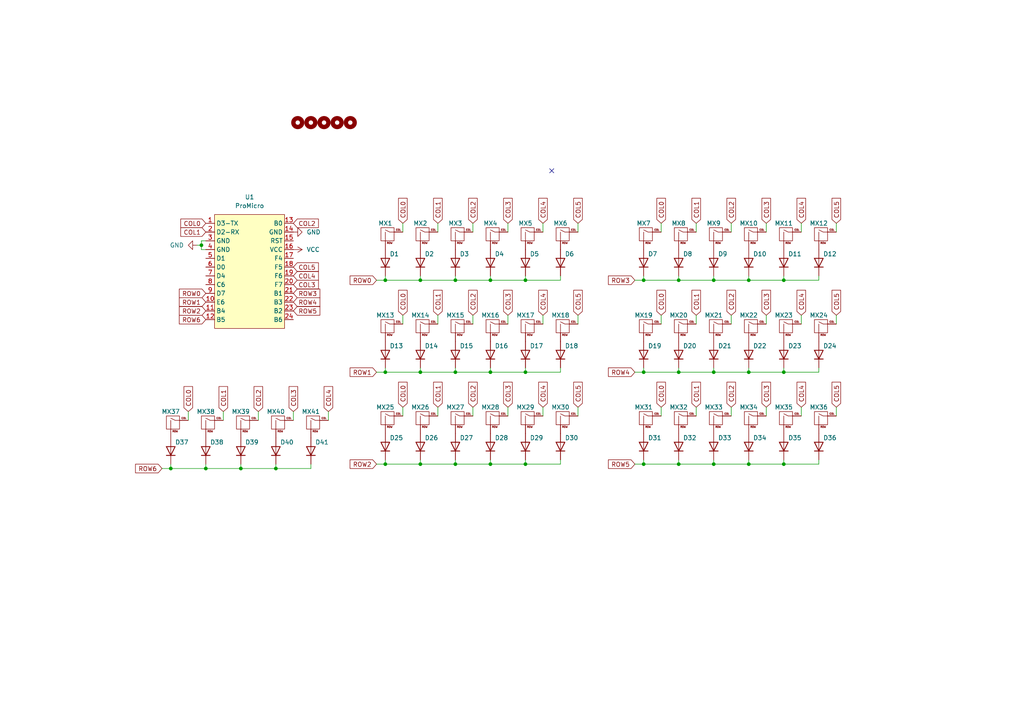
<source format=kicad_sch>
(kicad_sch (version 20230121) (generator eeschema)
  (paper "A4")
  (lib_symbols
    (symbol "Diode:1N4148" (pin_numbers hide) (pin_names hide)
      (property "Reference" "D" (at 0 2.54 0))
      (property "Value" "1N4148" (at 0 -2.54 0))
      (symbol "1N4148_0_1"
        (polyline (pts (xy -1.27 1.27) (xy -1.27 -1.27)) (stroke (width 0.254)))
        (polyline (pts (xy 1.27 0) (xy -1.27 0)))
        (polyline (pts (xy 1.27 1.27) (xy 1.27 -1.27) (xy -1.27 0) (xy 1.27 1.27)) (stroke (width 0.254)))
      )
      (symbol "1N4148_1_1"
        (pin passive line (at -3.81 0 0) (length 2.54) (name "K") (number "1"))
        (pin passive line (at 3.81 0 180) (length 2.54) (name "A") (number "2"))
      )
    )
    (symbol "Mechanical:MountingHole" (pin_names (offset 1.016))
      (property "Reference" "H" (at 0 5.08 0))
      (property "Value" "MountingHole" (at 0 3.175 0))
      (symbol "MountingHole_0_1"
        (circle (center 0 0) (radius 1.27) (stroke (width 1.27)))
      )
    )
    (symbol "PCM_0xcb:MX" (pin_names (offset 1.016))
      (property "Reference" "MX" (at -0.635 1.905 0))
      (property "Value" "MX" (at 0.635 0.635 0))
      (symbol "MX_1_0"
        (text "COL" (at 2.54 0.635 0) (effects (font (size 0.508 0.508))))
      )
      (symbol "MX_1_1"
        (polyline (pts (xy -1.27 -2.54) (xy -1.27 0)))
        (polyline (pts (xy 1.27 0) (xy 0 0) (xy -1.27 0.635)))
        (polyline (pts (xy -2.54 1.27) (xy 1.27 1.27) (xy 1.27 -2.54) (xy -2.54 -2.54) (xy -2.54 1.27)))
        (text "ROW" (at 0 -3.175 0) (effects (font (size 0.508 0.508))))
        (pin passive line (at 3.81 0 180) (length 2.54) (name "COL") (number "1"))
        (pin passive line (at -1.27 -5.08 90) (length 2.54) (name "ROW") (number "2"))
      )
    )
    (symbol "PCM_marbastlib-promicroish:Arduino_ProMicro" (in_bom no)
      (property "Reference" "U" (at 0 20.32 0))
      (property "Value" "ProMicro" (at 0 17.78 0))
      (symbol "Arduino_ProMicro_0_0"
        (pin bidirectional line (at -12.7 13.97 0) (length 2.54) (name "D3-TX") (number "1"))
        (pin bidirectional line (at -12.7 -8.89 0) (length 2.54) (name "E6") (number "10"))
        (pin bidirectional line (at -12.7 -11.43 0) (length 2.54) (name "B4") (number "11"))
        (pin bidirectional line (at -12.7 -13.97 0) (length 2.54) (name "B5") (number "12"))
        (pin power_out line (at 12.7 11.43 180) (length 2.54) (name "GND") (number "14"))
        (pin bidirectional line (at 12.7 8.89 180) (length 2.54) (name "RST") (number "15"))
        (pin bidirectional line (at 12.7 3.81 180) (length 2.54) (name "F4") (number "17"))
        (pin bidirectional line (at 12.7 1.27 180) (length 2.54) (name "F5") (number "18"))
        (pin bidirectional line (at 12.7 -1.27 180) (length 2.54) (name "F6") (number "19"))
        (pin bidirectional line (at -12.7 11.43 0) (length 2.54) (name "D2-RX") (number "2"))
        (pin bidirectional line (at 12.7 -3.81 180) (length 2.54) (name "F7") (number "20"))
        (pin bidirectional line (at 12.7 -6.35 180) (length 2.54) (name "B1") (number "21"))
        (pin bidirectional line (at 12.7 -8.89 180) (length 2.54) (name "B3") (number "22"))
        (pin bidirectional line (at 12.7 -11.43 180) (length 2.54) (name "B2") (number "23"))
        (pin bidirectional line (at 12.7 -13.97 180) (length 2.54) (name "B6") (number "24"))
        (pin power_out line (at -12.7 8.89 0) (length 2.54) (name "GND") (number "3"))
        (pin power_out line (at -12.7 6.35 0) (length 2.54) (name "GND") (number "4"))
        (pin bidirectional line (at -12.7 3.81 0) (length 2.54) (name "D1") (number "5"))
        (pin bidirectional line (at -12.7 1.27 0) (length 2.54) (name "D0") (number "6"))
        (pin bidirectional line (at -12.7 -1.27 0) (length 2.54) (name "D4") (number "7"))
        (pin bidirectional line (at -12.7 -3.81 0) (length 2.54) (name "C6") (number "8"))
        (pin bidirectional line (at -12.7 -6.35 0) (length 2.54) (name "D7") (number "9"))
      )
      (symbol "Arduino_ProMicro_1_0"
        (pin bidirectional line (at 12.7 13.97 180) (length 2.54) (name "B0") (number "13"))
        (pin power_out line (at 12.7 6.35 180) (length 2.54) (name "VCC") (number "16"))
      )
      (symbol "Arduino_ProMicro_1_1"
        (rectangle (start -10.16 16.51) (end 10.16 -16.51) (fill (type background)))
      )
    )
    (symbol "power:GND" (power) (pin_names (offset 0))
      (property "Value" "GND" (at 0 -3.81 0))
      (symbol "GND_0_1"
        (polyline (pts (xy 0 0) (xy 0 -1.27) (xy 1.27 -1.27) (xy 0 -2.54) (xy -1.27 -1.27) (xy 0 -1.27)))
      )
      (symbol "GND_1_1"
        (pin power_in line (at 0 0 270) (length 0) hide (name "GND") (number "1"))
      )
    )
    (symbol "power:VCC" (power) (pin_names (offset 0))
      (property "Value" "VCC" (at 0 3.81 0))
      (symbol "VCC_0_1"
        (polyline (pts (xy -0.762 1.27) (xy 0 2.54)))
        (polyline (pts (xy 0 0) (xy 0 2.54)))
        (polyline (pts (xy 0 2.54) (xy 0.762 1.27)))
      )
      (symbol "VCC_1_1"
        (pin power_in line (at 0 0 90) (length 0) hide (name "VCC") (number "1"))
      )
    )
  )
  (junction (at 152.4 81.28))
  (junction (at 80.01 135.89))
  (junction (at 207.01 134.62))
  (junction (at 217.17 81.28))
  (junction (at 49.53 135.89))
  (junction (at 69.85 135.89))
  (junction (at 207.01 107.95))
  (junction (at 111.76 107.95))
  (junction (at 58.42 71.12))
  (junction (at 227.33 107.95))
  (junction (at 196.85 134.62))
  (junction (at 121.92 81.28))
  (junction (at 196.85 81.28))
  (junction (at 121.92 134.62))
  (junction (at 196.85 107.95))
  (junction (at 111.76 134.62))
  (junction (at 121.92 107.95))
  (junction (at 142.24 134.62))
  (junction (at 186.69 134.62))
  (junction (at 217.17 107.95))
  (junction (at 152.4 107.95))
  (junction (at 227.33 134.62))
  (junction (at 217.17 134.62))
  (junction (at 132.08 81.28))
  (junction (at 152.4 134.62))
  (junction (at 111.76 81.28))
  (junction (at 132.08 134.62))
  (junction (at 227.33 81.28))
  (junction (at 207.01 81.28))
  (junction (at 142.24 107.95))
  (junction (at 186.69 107.95))
  (junction (at 142.24 81.28))
  (junction (at 59.69 135.89))
  (junction (at 132.08 107.95))
  (junction (at 186.69 81.28))
  (no_connect (at 160.02 49.53))
  (wire (pts (xy 49.53 135.89) (xy 46.99 135.89)))
  (wire (pts (xy 121.92 106.68) (xy 121.92 107.95)))
  (wire (pts (xy 217.17 134.62) (xy 227.33 134.62)))
  (wire (pts (xy 111.76 107.95) (xy 121.92 107.95)))
  (wire (pts (xy 127 64.77) (xy 127 67.31)))
  (wire (pts (xy 69.85 134.62) (xy 69.85 135.89)))
  (wire (pts (xy 95.25 119.38) (xy 95.25 121.92)))
  (wire (pts (xy 111.76 134.62) (xy 109.22 134.62)))
  (wire (pts (xy 59.69 134.62) (xy 59.69 135.89)))
  (wire (pts (xy 186.69 134.62) (xy 196.85 134.62)))
  (wire (pts (xy 152.4 133.35) (xy 152.4 134.62)))
  (wire (pts (xy 227.33 133.35) (xy 227.33 134.62)))
  (wire (pts (xy 80.01 135.89) (xy 90.17 135.89)))
  (wire (pts (xy 152.4 134.62) (xy 162.56 134.62)))
  (wire (pts (xy 74.93 119.38) (xy 74.93 121.92)))
  (wire (pts (xy 157.48 64.77) (xy 157.48 67.31)))
  (wire (pts (xy 147.32 118.11) (xy 147.32 120.65)))
  (wire (pts (xy 242.57 118.11) (xy 242.57 120.65)))
  (wire (pts (xy 186.69 133.35) (xy 186.69 134.62)))
  (wire (pts (xy 111.76 134.62) (xy 121.92 134.62)))
  (wire (pts (xy 217.17 107.95) (xy 227.33 107.95)))
  (wire (pts (xy 207.01 133.35) (xy 207.01 134.62)))
  (wire (pts (xy 232.41 64.77) (xy 232.41 67.31)))
  (wire (pts (xy 59.69 69.85) (xy 58.42 69.85)))
  (wire (pts (xy 207.01 134.62) (xy 217.17 134.62)))
  (wire (pts (xy 237.49 106.68) (xy 237.49 107.95)))
  (wire (pts (xy 121.92 107.95) (xy 132.08 107.95)))
  (wire (pts (xy 162.56 133.35) (xy 162.56 134.62)))
  (wire (pts (xy 90.17 134.62) (xy 90.17 135.89)))
  (wire (pts (xy 111.76 81.28) (xy 121.92 81.28)))
  (wire (pts (xy 242.57 64.77) (xy 242.57 67.31)))
  (wire (pts (xy 207.01 106.68) (xy 207.01 107.95)))
  (wire (pts (xy 222.25 118.11) (xy 222.25 120.65)))
  (wire (pts (xy 207.01 80.01) (xy 207.01 81.28)))
  (wire (pts (xy 111.76 80.01) (xy 111.76 81.28)))
  (wire (pts (xy 121.92 134.62) (xy 132.08 134.62)))
  (wire (pts (xy 111.76 133.35) (xy 111.76 134.62)))
  (wire (pts (xy 201.93 91.44) (xy 201.93 93.98)))
  (wire (pts (xy 111.76 106.68) (xy 111.76 107.95)))
  (wire (pts (xy 127 91.44) (xy 127 93.98)))
  (wire (pts (xy 162.56 80.01) (xy 162.56 81.28)))
  (wire (pts (xy 227.33 81.28) (xy 237.49 81.28)))
  (wire (pts (xy 142.24 80.01) (xy 142.24 81.28)))
  (wire (pts (xy 237.49 133.35) (xy 237.49 134.62)))
  (wire (pts (xy 80.01 134.62) (xy 80.01 135.89)))
  (wire (pts (xy 191.77 91.44) (xy 191.77 93.98)))
  (wire (pts (xy 116.84 118.11) (xy 116.84 120.65)))
  (wire (pts (xy 186.69 80.01) (xy 186.69 81.28)))
  (wire (pts (xy 196.85 107.95) (xy 207.01 107.95)))
  (wire (pts (xy 132.08 80.01) (xy 132.08 81.28)))
  (wire (pts (xy 142.24 134.62) (xy 152.4 134.62)))
  (wire (pts (xy 167.64 91.44) (xy 167.64 93.98)))
  (wire (pts (xy 59.69 72.39) (xy 58.42 72.39)))
  (wire (pts (xy 212.09 64.77) (xy 212.09 67.31)))
  (wire (pts (xy 157.48 91.44) (xy 157.48 93.98)))
  (wire (pts (xy 152.4 80.01) (xy 152.4 81.28)))
  (wire (pts (xy 222.25 64.77) (xy 222.25 67.31)))
  (wire (pts (xy 167.64 118.11) (xy 167.64 120.65)))
  (wire (pts (xy 132.08 107.95) (xy 142.24 107.95)))
  (wire (pts (xy 196.85 133.35) (xy 196.85 134.62)))
  (wire (pts (xy 217.17 81.28) (xy 227.33 81.28)))
  (wire (pts (xy 207.01 81.28) (xy 217.17 81.28)))
  (wire (pts (xy 49.53 135.89) (xy 59.69 135.89)))
  (wire (pts (xy 196.85 80.01) (xy 196.85 81.28)))
  (wire (pts (xy 132.08 133.35) (xy 132.08 134.62)))
  (wire (pts (xy 227.33 106.68) (xy 227.33 107.95)))
  (wire (pts (xy 186.69 134.62) (xy 184.15 134.62)))
  (wire (pts (xy 212.09 91.44) (xy 212.09 93.98)))
  (wire (pts (xy 116.84 91.44) (xy 116.84 93.98)))
  (wire (pts (xy 127 118.11) (xy 127 120.65)))
  (wire (pts (xy 191.77 64.77) (xy 191.77 67.31)))
  (wire (pts (xy 121.92 80.01) (xy 121.92 81.28)))
  (wire (pts (xy 59.69 135.89) (xy 69.85 135.89)))
  (wire (pts (xy 242.57 91.44) (xy 242.57 93.98)))
  (wire (pts (xy 227.33 134.62) (xy 237.49 134.62)))
  (wire (pts (xy 237.49 80.01) (xy 237.49 81.28)))
  (wire (pts (xy 186.69 107.95) (xy 184.15 107.95)))
  (wire (pts (xy 147.32 91.44) (xy 147.32 93.98)))
  (wire (pts (xy 157.48 118.11) (xy 157.48 120.65)))
  (wire (pts (xy 222.25 91.44) (xy 222.25 93.98)))
  (wire (pts (xy 227.33 107.95) (xy 237.49 107.95)))
  (wire (pts (xy 58.42 71.12) (xy 57.15 71.12)))
  (wire (pts (xy 132.08 134.62) (xy 142.24 134.62)))
  (wire (pts (xy 186.69 81.28) (xy 196.85 81.28)))
  (wire (pts (xy 137.16 118.11) (xy 137.16 120.65)))
  (wire (pts (xy 152.4 106.68) (xy 152.4 107.95)))
  (wire (pts (xy 217.17 80.01) (xy 217.17 81.28)))
  (wire (pts (xy 58.42 69.85) (xy 58.42 71.12)))
  (wire (pts (xy 54.61 119.38) (xy 54.61 121.92)))
  (wire (pts (xy 167.64 64.77) (xy 167.64 67.31)))
  (wire (pts (xy 111.76 107.95) (xy 109.22 107.95)))
  (wire (pts (xy 132.08 81.28) (xy 142.24 81.28)))
  (wire (pts (xy 232.41 91.44) (xy 232.41 93.98)))
  (wire (pts (xy 152.4 107.95) (xy 162.56 107.95)))
  (wire (pts (xy 212.09 118.11) (xy 212.09 120.65)))
  (wire (pts (xy 196.85 106.68) (xy 196.85 107.95)))
  (wire (pts (xy 227.33 80.01) (xy 227.33 81.28)))
  (wire (pts (xy 152.4 81.28) (xy 162.56 81.28)))
  (wire (pts (xy 116.84 64.77) (xy 116.84 67.31)))
  (wire (pts (xy 142.24 81.28) (xy 152.4 81.28)))
  (wire (pts (xy 186.69 106.68) (xy 186.69 107.95)))
  (wire (pts (xy 137.16 64.77) (xy 137.16 67.31)))
  (wire (pts (xy 201.93 64.77) (xy 201.93 67.31)))
  (wire (pts (xy 196.85 134.62) (xy 207.01 134.62)))
  (wire (pts (xy 217.17 106.68) (xy 217.17 107.95)))
  (wire (pts (xy 186.69 81.28) (xy 184.15 81.28)))
  (wire (pts (xy 201.93 118.11) (xy 201.93 120.65)))
  (wire (pts (xy 142.24 106.68) (xy 142.24 107.95)))
  (wire (pts (xy 147.32 64.77) (xy 147.32 67.31)))
  (wire (pts (xy 196.85 81.28) (xy 207.01 81.28)))
  (wire (pts (xy 85.09 119.38) (xy 85.09 121.92)))
  (wire (pts (xy 142.24 133.35) (xy 142.24 134.62)))
  (wire (pts (xy 111.76 81.28) (xy 109.22 81.28)))
  (wire (pts (xy 186.69 107.95) (xy 196.85 107.95)))
  (wire (pts (xy 162.56 106.68) (xy 162.56 107.95)))
  (wire (pts (xy 49.53 134.62) (xy 49.53 135.89)))
  (wire (pts (xy 121.92 133.35) (xy 121.92 134.62)))
  (wire (pts (xy 121.92 81.28) (xy 132.08 81.28)))
  (wire (pts (xy 232.41 118.11) (xy 232.41 120.65)))
  (wire (pts (xy 69.85 135.89) (xy 80.01 135.89)))
  (wire (pts (xy 207.01 107.95) (xy 217.17 107.95)))
  (wire (pts (xy 132.08 106.68) (xy 132.08 107.95)))
  (wire (pts (xy 64.77 119.38) (xy 64.77 121.92)))
  (wire (pts (xy 137.16 91.44) (xy 137.16 93.98)))
  (wire (pts (xy 217.17 133.35) (xy 217.17 134.62)))
  (wire (pts (xy 191.77 118.11) (xy 191.77 120.65)))
  (wire (pts (xy 58.42 72.39) (xy 58.42 71.12)))
  (wire (pts (xy 142.24 107.95) (xy 152.4 107.95)))
  (global_label "ROW3" (shape input) (at 85.09 85.09 0) (property "Intersheetrefs" "${INTERSHEET_REFS}" (effects hide)))
  (global_label "COL5" (shape input) (at 167.64 64.77 90) (property "Intersheetrefs" "${INTERSHEET_REFS}" (effects hide)))
  (global_label "ROW5" (shape input) (at 85.09 90.17 0) (property "Intersheetrefs" "${INTERSHEET_REFS}" (effects hide)))
  (global_label "COL2" (shape input) (at 137.16 91.44 90) (property "Intersheetrefs" "${INTERSHEET_REFS}" (effects hide)))
  (global_label "COL4" (shape input) (at 157.48 91.44 90) (property "Intersheetrefs" "${INTERSHEET_REFS}" (effects hide)))
  (global_label "COL2" (shape input) (at 212.09 91.44 90) (property "Intersheetrefs" "${INTERSHEET_REFS}" (effects hide)))
  (global_label "COL1" (shape input) (at 201.93 64.77 90) (property "Intersheetrefs" "${INTERSHEET_REFS}" (effects hide)))
  (global_label "COL3" (shape input) (at 222.25 118.11 90) (property "Intersheetrefs" "${INTERSHEET_REFS}" (effects hide)))
  (global_label "COL2" (shape input) (at 74.93 119.38 90) (property "Intersheetrefs" "${INTERSHEET_REFS}" (effects hide)))
  (global_label "ROW3" (shape input) (at 184.15 81.28 180) (property "Intersheetrefs" "${INTERSHEET_REFS}" (effects hide)))
  (global_label "COL4" (shape input) (at 232.41 64.77 90) (property "Intersheetrefs" "${INTERSHEET_REFS}" (effects hide)))
  (global_label "ROW0" (shape input) (at 59.69 85.09 180) (property "Intersheetrefs" "${INTERSHEET_REFS}" (effects hide)))
  (global_label "COL0" (shape input) (at 191.77 64.77 90) (property "Intersheetrefs" "${INTERSHEET_REFS}" (effects hide)))
  (global_label "COL4" (shape input) (at 157.48 118.11 90) (property "Intersheetrefs" "${INTERSHEET_REFS}" (effects hide)))
  (global_label "ROW1" (shape input) (at 59.69 87.63 180) (property "Intersheetrefs" "${INTERSHEET_REFS}" (effects hide)))
  (global_label "COL2" (shape input) (at 212.09 64.77 90) (property "Intersheetrefs" "${INTERSHEET_REFS}" (effects hide)))
  (global_label "COL5" (shape input) (at 85.09 77.47 0) (property "Intersheetrefs" "${INTERSHEET_REFS}" (effects hide)))
  (global_label "COL1" (shape input) (at 201.93 91.44 90) (property "Intersheetrefs" "${INTERSHEET_REFS}" (effects hide)))
  (global_label "COL0" (shape input) (at 116.84 118.11 90) (property "Intersheetrefs" "${INTERSHEET_REFS}" (effects hide)))
  (global_label "COL5" (shape input) (at 167.64 91.44 90) (property "Intersheetrefs" "${INTERSHEET_REFS}" (effects hide)))
  (global_label "COL2" (shape input) (at 85.09 64.77 0) (property "Intersheetrefs" "${INTERSHEET_REFS}" (effects hide)))
  (global_label "COL2" (shape input) (at 137.16 64.77 90) (property "Intersheetrefs" "${INTERSHEET_REFS}" (effects hide)))
  (global_label "COL5" (shape input) (at 242.57 64.77 90) (property "Intersheetrefs" "${INTERSHEET_REFS}" (effects hide)))
  (global_label "ROW5" (shape input) (at 184.15 134.62 180) (property "Intersheetrefs" "${INTERSHEET_REFS}" (effects hide)))
  (global_label "COL3" (shape input) (at 85.09 119.38 90) (property "Intersheetrefs" "${INTERSHEET_REFS}" (effects hide)))
  (global_label "COL3" (shape input) (at 85.09 82.55 0) (property "Intersheetrefs" "${INTERSHEET_REFS}" (effects hide)))
  (global_label "COL1" (shape input) (at 64.77 119.38 90) (property "Intersheetrefs" "${INTERSHEET_REFS}" (effects hide)))
  (global_label "COL3" (shape input) (at 222.25 64.77 90) (property "Intersheetrefs" "${INTERSHEET_REFS}" (effects hide)))
  (global_label "COL2" (shape input) (at 137.16 118.11 90) (property "Intersheetrefs" "${INTERSHEET_REFS}" (effects hide)))
  (global_label "COL4" (shape input) (at 95.25 119.38 90) (property "Intersheetrefs" "${INTERSHEET_REFS}" (effects hide)))
  (global_label "COL1" (shape input) (at 59.69 67.31 180) (property "Intersheetrefs" "${INTERSHEET_REFS}" (effects hide)))
  (global_label "ROW0" (shape input) (at 109.22 81.28 180) (property "Intersheetrefs" "${INTERSHEET_REFS}" (effects hide)))
  (global_label "ROW2" (shape input) (at 59.69 90.17 180) (property "Intersheetrefs" "${INTERSHEET_REFS}" (effects hide)))
  (global_label "COL4" (shape input) (at 232.41 91.44 90) (property "Intersheetrefs" "${INTERSHEET_REFS}" (effects hide)))
  (global_label "COL5" (shape input) (at 167.64 118.11 90) (property "Intersheetrefs" "${INTERSHEET_REFS}" (effects hide)))
  (global_label "COL2" (shape input) (at 212.09 118.11 90) (property "Intersheetrefs" "${INTERSHEET_REFS}" (effects hide)))
  (global_label "COL1" (shape input) (at 127 118.11 90) (property "Intersheetrefs" "${INTERSHEET_REFS}" (effects hide)))
  (global_label "ROW2" (shape input) (at 109.22 134.62 180) (property "Intersheetrefs" "${INTERSHEET_REFS}" (effects hide)))
  (global_label "COL1" (shape input) (at 127 91.44 90) (property "Intersheetrefs" "${INTERSHEET_REFS}" (effects hide)))
  (global_label "ROW4" (shape input) (at 184.15 107.95 180) (property "Intersheetrefs" "${INTERSHEET_REFS}" (effects hide)))
  (global_label "COL0" (shape input) (at 59.69 64.77 180) (property "Intersheetrefs" "${INTERSHEET_REFS}" (effects hide)))
  (global_label "COL4" (shape input) (at 85.09 80.01 0) (property "Intersheetrefs" "${INTERSHEET_REFS}" (effects hide)))
  (global_label "COL3" (shape input) (at 222.25 91.44 90) (property "Intersheetrefs" "${INTERSHEET_REFS}" (effects hide)))
  (global_label "ROW4" (shape input) (at 85.09 87.63 0) (property "Intersheetrefs" "${INTERSHEET_REFS}" (effects hide)))
  (global_label "COL5" (shape input) (at 242.57 118.11 90) (property "Intersheetrefs" "${INTERSHEET_REFS}" (effects hide)))
  (global_label "COL3" (shape input) (at 147.32 64.77 90) (property "Intersheetrefs" "${INTERSHEET_REFS}" (effects hide)))
  (global_label "COL0" (shape input) (at 116.84 64.77 90) (property "Intersheetrefs" "${INTERSHEET_REFS}" (effects hide)))
  (global_label "ROW6" (shape input) (at 59.69 92.71 180) (property "Intersheetrefs" "${INTERSHEET_REFS}" (effects hide)))
  (global_label "COL4" (shape input) (at 157.48 64.77 90) (property "Intersheetrefs" "${INTERSHEET_REFS}" (effects hide)))
  (global_label "COL3" (shape input) (at 147.32 118.11 90) (property "Intersheetrefs" "${INTERSHEET_REFS}" (effects hide)))
  (global_label "COL1" (shape input) (at 201.93 118.11 90) (property "Intersheetrefs" "${INTERSHEET_REFS}" (effects hide)))
  (global_label "COL0" (shape input) (at 191.77 118.11 90) (property "Intersheetrefs" "${INTERSHEET_REFS}" (effects hide)))
  (global_label "COL3" (shape input) (at 147.32 91.44 90) (property "Intersheetrefs" "${INTERSHEET_REFS}" (effects hide)))
  (global_label "COL0" (shape input) (at 191.77 91.44 90) (property "Intersheetrefs" "${INTERSHEET_REFS}" (effects hide)))
  (global_label "COL5" (shape input) (at 242.57 91.44 90) (property "Intersheetrefs" "${INTERSHEET_REFS}" (effects hide)))
  (global_label "COL1" (shape input) (at 127 64.77 90) (property "Intersheetrefs" "${INTERSHEET_REFS}" (effects hide)))
  (global_label "ROW6" (shape input) (at 46.99 135.89 180) (property "Intersheetrefs" "${INTERSHEET_REFS}" (effects hide)))
  (global_label "COL4" (shape input) (at 232.41 118.11 90) (property "Intersheetrefs" "${INTERSHEET_REFS}" (effects hide)))
  (global_label "ROW1" (shape input) (at 109.22 107.95 180) (property "Intersheetrefs" "${INTERSHEET_REFS}" (effects hide)))
  (global_label "COL0" (shape input) (at 116.84 91.44 90) (property "Intersheetrefs" "${INTERSHEET_REFS}" (effects hide)))
  (global_label "COL0" (shape input) (at 54.61 119.38 90) (property "Intersheetrefs" "${INTERSHEET_REFS}" (effects hide)))
  (symbol (lib_id "PCM_0xcb:MX") (at 198.12 120.65 0) (unit 1)
    (property "Reference" "MX32" (at 196.85 118.11 0))
    (property "Value" "MX" (effects hide))
    (property "Footprint" "_mx:MX-Alps-Hybrid-1U" (effects hide))
  )
  (symbol (lib_id "PCM_0xcb:MX") (at 143.51 120.65 0) (unit 1)
    (property "Reference" "MX28" (at 142.24 118.11 0))
    (property "Value" "MX" (effects hide))
    (property "Footprint" "_mx:MX-Alps-Hybrid-1U" (effects hide))
  )
  (symbol (lib_id "Diode:1N4148") (at 186.69 102.87 90) (unit 1)
    (property "Reference" "D19" (at 187.96 100.33 90) (effects (justify right)))
    (property "Value" "1N4148" (effects hide))
    (property "Footprint" "Diode_THT:D_DO-35_SOD27_P7.62mm_Horizontal" (effects hide))
    (property "Datasheet" "https://assets.nexperia.com/documents/data-sheet/1N4148_1N4448.pdf" (effects hide))
    (property "Sim.Device" "D" (effects hide))
    (property "Sim.Pins" "1=K 2=A" (effects hide))
  )
  (symbol (lib_id "Diode:1N4148") (at 207.01 129.54 90) (unit 1)
    (property "Reference" "D33" (at 208.28 127 90) (effects (justify right)))
    (property "Value" "1N4148" (effects hide))
    (property "Footprint" "Diode_THT:D_DO-35_SOD27_P7.62mm_Horizontal" (effects hide))
    (property "Datasheet" "https://assets.nexperia.com/documents/data-sheet/1N4148_1N4448.pdf" (effects hide))
    (property "Sim.Device" "D" (effects hide))
    (property "Sim.Pins" "1=K 2=A" (effects hide))
  )
  (symbol (lib_id "PCM_0xcb:MX") (at 208.28 67.31 0) (unit 1)
    (property "Reference" "MX9" (at 207.01 64.77 0))
    (property "Value" "MX" (effects hide))
    (property "Footprint" "_mx:MX-Alps-Hybrid-1U" (effects hide))
  )
  (symbol (lib_id "Diode:1N4148") (at 90.17 130.81 90) (unit 1)
    (property "Reference" "D41" (at 91.44 128.27 90) (effects (justify right)))
    (property "Value" "1N4148" (effects hide))
    (property "Footprint" "Diode_THT:D_DO-35_SOD27_P7.62mm_Horizontal" (effects hide))
    (property "Datasheet" "https://assets.nexperia.com/documents/data-sheet/1N4148_1N4448.pdf" (effects hide))
    (property "Sim.Device" "D" (effects hide))
    (property "Sim.Pins" "1=K 2=A" (effects hide))
  )
  (symbol (lib_id "Diode:1N4148") (at 111.76 102.87 90) (unit 1)
    (property "Reference" "D13" (at 113.03 100.33 90) (effects (justify right)))
    (property "Value" "1N4148" (effects hide))
    (property "Footprint" "Diode_THT:D_DO-35_SOD27_P7.62mm_Horizontal" (effects hide))
    (property "Datasheet" "https://assets.nexperia.com/documents/data-sheet/1N4148_1N4448.pdf" (effects hide))
    (property "Sim.Device" "D" (effects hide))
    (property "Sim.Pins" "1=K 2=A" (effects hide))
  )
  (symbol (lib_id "Diode:1N4148") (at 186.69 129.54 90) (unit 1)
    (property "Reference" "D31" (at 187.96 127 90) (effects (justify right)))
    (property "Value" "1N4148" (effects hide))
    (property "Footprint" "Diode_THT:D_DO-35_SOD27_P7.62mm_Horizontal" (effects hide))
    (property "Datasheet" "https://assets.nexperia.com/documents/data-sheet/1N4148_1N4448.pdf" (effects hide))
    (property "Sim.Device" "D" (effects hide))
    (property "Sim.Pins" "1=K 2=A" (effects hide))
  )
  (symbol (lib_id "PCM_0xcb:MX") (at 198.12 93.98 0) (unit 1)
    (property "Reference" "MX20" (at 196.85 91.44 0))
    (property "Value" "MX" (effects hide))
    (property "Footprint" "_mx:MX-Alps-Hybrid-1U" (effects hide))
  )
  (symbol (lib_id "Diode:1N4148") (at 59.69 130.81 90) (unit 1)
    (property "Reference" "D38" (at 60.96 128.27 90) (effects (justify right)))
    (property "Value" "1N4148" (effects hide))
    (property "Footprint" "Diode_THT:D_DO-35_SOD27_P7.62mm_Horizontal" (effects hide))
    (property "Datasheet" "https://assets.nexperia.com/documents/data-sheet/1N4148_1N4448.pdf" (effects hide))
    (property "Sim.Device" "D" (effects hide))
    (property "Sim.Pins" "1=K 2=A" (effects hide))
  )
  (symbol (lib_id "Diode:1N4148") (at 132.08 76.2 90) (unit 1)
    (property "Reference" "D3" (at 133.35 73.66 90) (effects (justify right)))
    (property "Value" "1N4148" (effects hide))
    (property "Footprint" "Diode_THT:D_DO-35_SOD27_P7.62mm_Horizontal" (effects hide))
    (property "Datasheet" "https://assets.nexperia.com/documents/data-sheet/1N4148_1N4448.pdf" (effects hide))
    (property "Sim.Device" "D" (effects hide))
    (property "Sim.Pins" "1=K 2=A" (effects hide))
  )
  (symbol (lib_id "Diode:1N4148") (at 111.76 76.2 90) (unit 1)
    (property "Reference" "D1" (at 113.03 73.66 90) (effects (justify right)))
    (property "Value" "1N4148" (effects hide))
    (property "Footprint" "Diode_THT:D_DO-35_SOD27_P7.62mm_Horizontal" (effects hide))
    (property "Datasheet" "https://assets.nexperia.com/documents/data-sheet/1N4148_1N4448.pdf" (effects hide))
    (property "Sim.Device" "D" (effects hide))
    (property "Sim.Pins" "1=K 2=A" (effects hide))
  )
  (symbol (lib_id "Diode:1N4148") (at 121.92 129.54 90) (unit 1)
    (property "Reference" "D26" (at 123.19 127 90) (effects (justify right)))
    (property "Value" "1N4148" (effects hide))
    (property "Footprint" "Diode_THT:D_DO-35_SOD27_P7.62mm_Horizontal" (effects hide))
    (property "Datasheet" "https://assets.nexperia.com/documents/data-sheet/1N4148_1N4448.pdf" (effects hide))
    (property "Sim.Device" "D" (effects hide))
    (property "Sim.Pins" "1=K 2=A" (effects hide))
  )
  (symbol (lib_id "PCM_0xcb:MX") (at 123.19 120.65 0) (unit 1)
    (property "Reference" "MX26" (at 121.92 118.11 0))
    (property "Value" "MX" (effects hide))
    (property "Footprint" "_mx:MX-Alps-Hybrid-1U" (effects hide))
  )
  (symbol (lib_id "Diode:1N4148") (at 121.92 76.2 90) (unit 1)
    (property "Reference" "D2" (at 123.19 73.66 90) (effects (justify right)))
    (property "Value" "1N4148" (effects hide))
    (property "Footprint" "Diode_THT:D_DO-35_SOD27_P7.62mm_Horizontal" (effects hide))
    (property "Datasheet" "https://assets.nexperia.com/documents/data-sheet/1N4148_1N4448.pdf" (effects hide))
    (property "Sim.Device" "D" (effects hide))
    (property "Sim.Pins" "1=K 2=A" (effects hide))
  )
  (symbol (lib_id "Diode:1N4148") (at 142.24 129.54 90) (unit 1)
    (property "Reference" "D28" (at 143.51 127 90) (effects (justify right)))
    (property "Value" "1N4148" (effects hide))
    (property "Footprint" "Diode_THT:D_DO-35_SOD27_P7.62mm_Horizontal" (effects hide))
    (property "Datasheet" "https://assets.nexperia.com/documents/data-sheet/1N4148_1N4448.pdf" (effects hide))
    (property "Sim.Device" "D" (effects hide))
    (property "Sim.Pins" "1=K 2=A" (effects hide))
  )
  (symbol (lib_id "PCM_0xcb:MX") (at 153.67 93.98 0) (unit 1)
    (property "Reference" "MX17" (at 152.4 91.44 0))
    (property "Value" "MX" (effects hide))
    (property "Footprint" "_mx:MX-Alps-Hybrid-1U" (effects hide))
  )
  (symbol (lib_id "PCM_0xcb:MX") (at 238.76 67.31 0) (unit 1)
    (property "Reference" "MX12" (at 237.49 64.77 0))
    (property "Value" "MX" (effects hide))
    (property "Footprint" "_mx:MX-Alps-Hybrid-1U" (effects hide))
  )
  (symbol (lib_id "Diode:1N4148") (at 111.76 129.54 90) (unit 1)
    (property "Reference" "D25" (at 113.03 127 90) (effects (justify right)))
    (property "Value" "1N4148" (effects hide))
    (property "Footprint" "Diode_THT:D_DO-35_SOD27_P7.62mm_Horizontal" (effects hide))
    (property "Datasheet" "https://assets.nexperia.com/documents/data-sheet/1N4148_1N4448.pdf" (effects hide))
    (property "Sim.Device" "D" (effects hide))
    (property "Sim.Pins" "1=K 2=A" (effects hide))
  )
  (symbol (lib_id "Diode:1N4148") (at 121.92 102.87 90) (unit 1)
    (property "Reference" "D14" (at 123.19 100.33 90) (effects (justify right)))
    (property "Value" "1N4148" (effects hide))
    (property "Footprint" "Diode_THT:D_DO-35_SOD27_P7.62mm_Horizontal" (effects hide))
    (property "Datasheet" "https://assets.nexperia.com/documents/data-sheet/1N4148_1N4448.pdf" (effects hide))
    (property "Sim.Device" "D" (effects hide))
    (property "Sim.Pins" "1=K 2=A" (effects hide))
  )
  (symbol (lib_id "Diode:1N4148") (at 162.56 102.87 90) (unit 1)
    (property "Reference" "D18" (at 163.83 100.33 90) (effects (justify right)))
    (property "Value" "1N4148" (effects hide))
    (property "Footprint" "Diode_THT:D_DO-35_SOD27_P7.62mm_Horizontal" (effects hide))
    (property "Datasheet" "https://assets.nexperia.com/documents/data-sheet/1N4148_1N4448.pdf" (effects hide))
    (property "Sim.Device" "D" (effects hide))
    (property "Sim.Pins" "1=K 2=A" (effects hide))
  )
  (symbol (lib_id "Diode:1N4148") (at 237.49 76.2 90) (unit 1)
    (property "Reference" "D12" (at 238.76 73.66 90) (effects (justify right)))
    (property "Value" "1N4148" (effects hide))
    (property "Footprint" "Diode_THT:D_DO-35_SOD27_P7.62mm_Horizontal" (effects hide))
    (property "Datasheet" "https://assets.nexperia.com/documents/data-sheet/1N4148_1N4448.pdf" (effects hide))
    (property "Sim.Device" "D" (effects hide))
    (property "Sim.Pins" "1=K 2=A" (effects hide))
  )
  (symbol (lib_id "Diode:1N4148") (at 217.17 102.87 90) (unit 1)
    (property "Reference" "D22" (at 218.44 100.33 90) (effects (justify right)))
    (property "Value" "1N4148" (effects hide))
    (property "Footprint" "Diode_THT:D_DO-35_SOD27_P7.62mm_Horizontal" (effects hide))
    (property "Datasheet" "https://assets.nexperia.com/documents/data-sheet/1N4148_1N4448.pdf" (effects hide))
    (property "Sim.Device" "D" (effects hide))
    (property "Sim.Pins" "1=K 2=A" (effects hide))
  )
  (symbol (lib_id "PCM_0xcb:MX") (at 163.83 93.98 0) (unit 1)
    (property "Reference" "MX18" (at 162.56 91.44 0))
    (property "Value" "MX" (effects hide))
    (property "Footprint" "_mx:MX-Alps-Hybrid-1U" (effects hide))
  )
  (symbol (lib_id "Diode:1N4148") (at 217.17 76.2 90) (unit 1)
    (property "Reference" "D10" (at 218.44 73.66 90) (effects (justify right)))
    (property "Value" "1N4148" (effects hide))
    (property "Footprint" "Diode_THT:D_DO-35_SOD27_P7.62mm_Horizontal" (effects hide))
    (property "Datasheet" "https://assets.nexperia.com/documents/data-sheet/1N4148_1N4448.pdf" (effects hide))
    (property "Sim.Device" "D" (effects hide))
    (property "Sim.Pins" "1=K 2=A" (effects hide))
  )
  (symbol (lib_id "PCM_0xcb:MX") (at 50.8 121.92 0) (unit 1)
    (property "Reference" "MX37" (at 49.53 119.38 0))
    (property "Value" "MX" (effects hide))
    (property "Footprint" "_mx:MX-Alps-Hybrid-1U" (effects hide))
  )
  (symbol (lib_id "PCM_0xcb:MX") (at 60.96 121.92 0) (unit 1)
    (property "Reference" "MX38" (at 59.69 119.38 0))
    (property "Value" "MX" (effects hide))
    (property "Footprint" "_mx:MX-Alps-Hybrid-1U" (effects hide))
  )
  (symbol (lib_id "power:GND") (at 85.09 67.31 90) (unit 1)
    (property "Reference" "#PWR03" (effects hide))
    (property "Value" "GND" (at 88.9 67.31 90) (effects (justify right)))
  )
  (symbol (lib_id "Mechanical:MountingHole") (at 86.36 35.56 0) (unit 1)
    (property "Reference" "H1" (effects hide))
    (property "Value" "MountingHole" (effects hide))
    (property "Footprint" "MountingHole:MountingHole_2.2mm_M2" (effects hide))
  )
  (symbol (lib_id "Diode:1N4148") (at 207.01 102.87 90) (unit 1)
    (property "Reference" "D21" (at 208.28 100.33 90) (effects (justify right)))
    (property "Value" "1N4148" (effects hide))
    (property "Footprint" "Diode_THT:D_DO-35_SOD27_P7.62mm_Horizontal" (effects hide))
    (property "Datasheet" "https://assets.nexperia.com/documents/data-sheet/1N4148_1N4448.pdf" (effects hide))
    (property "Sim.Device" "D" (effects hide))
    (property "Sim.Pins" "1=K 2=A" (effects hide))
  )
  (symbol (lib_id "PCM_0xcb:MX") (at 228.6 67.31 0) (unit 1)
    (property "Reference" "MX11" (at 227.33 64.77 0))
    (property "Value" "MX" (effects hide))
    (property "Footprint" "_mx:MX-Alps-Hybrid-1U" (effects hide))
  )
  (symbol (lib_id "PCM_0xcb:MX") (at 187.96 120.65 0) (unit 1)
    (property "Reference" "MX31" (at 186.69 118.11 0))
    (property "Value" "MX" (effects hide))
    (property "Footprint" "_mx:MX-Alps-Hybrid-1U" (effects hide))
  )
  (symbol (lib_id "PCM_marbastlib-promicroish:Arduino_ProMicro") (at 72.39 78.74 0) (unit 1) (in_bom no)
    (property "Reference" "U1" (at 72.39 57.15 0))
    (property "Value" "ProMicro" (at 72.39 59.69 0))
    (property "Footprint" "PCM_marbastlib-xp-promicroish:ProMicro_USBup" (effects hide))
  )
  (symbol (lib_id "Diode:1N4148") (at 142.24 76.2 90) (unit 1)
    (property "Reference" "D4" (at 143.51 73.66 90) (effects (justify right)))
    (property "Value" "1N4148" (effects hide))
    (property "Footprint" "Diode_THT:D_DO-35_SOD27_P7.62mm_Horizontal" (effects hide))
    (property "Datasheet" "https://assets.nexperia.com/documents/data-sheet/1N4148_1N4448.pdf" (effects hide))
    (property "Sim.Device" "D" (effects hide))
    (property "Sim.Pins" "1=K 2=A" (effects hide))
  )
  (symbol (lib_id "PCM_0xcb:MX") (at 198.12 67.31 0) (unit 1)
    (property "Reference" "MX8" (at 196.85 64.77 0))
    (property "Value" "MX" (effects hide))
    (property "Footprint" "_mx:MX-Alps-Hybrid-1U" (effects hide))
  )
  (symbol (lib_id "Diode:1N4148") (at 132.08 102.87 90) (unit 1)
    (property "Reference" "D15" (at 133.35 100.33 90) (effects (justify right)))
    (property "Value" "1N4148" (effects hide))
    (property "Footprint" "Diode_THT:D_DO-35_SOD27_P7.62mm_Horizontal" (effects hide))
    (property "Datasheet" "https://assets.nexperia.com/documents/data-sheet/1N4148_1N4448.pdf" (effects hide))
    (property "Sim.Device" "D" (effects hide))
    (property "Sim.Pins" "1=K 2=A" (effects hide))
  )
  (symbol (lib_id "Mechanical:MountingHole") (at 90.17 35.56 0) (unit 1)
    (property "Reference" "H2" (effects hide))
    (property "Value" "MountingHole" (effects hide))
    (property "Footprint" "MountingHole:MountingHole_2.2mm_M2" (effects hide))
  )
  (symbol (lib_id "Diode:1N4148") (at 152.4 102.87 90) (unit 1)
    (property "Reference" "D17" (at 153.67 100.33 90) (effects (justify right)))
    (property "Value" "1N4148" (effects hide))
    (property "Footprint" "Diode_THT:D_DO-35_SOD27_P7.62mm_Horizontal" (effects hide))
    (property "Datasheet" "https://assets.nexperia.com/documents/data-sheet/1N4148_1N4448.pdf" (effects hide))
    (property "Sim.Device" "D" (effects hide))
    (property "Sim.Pins" "1=K 2=A" (effects hide))
  )
  (symbol (lib_id "Diode:1N4148") (at 49.53 130.81 90) (unit 1)
    (property "Reference" "D37" (at 50.8 128.27 90) (effects (justify right)))
    (property "Value" "1N4148" (effects hide))
    (property "Footprint" "Diode_THT:D_DO-35_SOD27_P7.62mm_Horizontal" (effects hide))
    (property "Datasheet" "https://assets.nexperia.com/documents/data-sheet/1N4148_1N4448.pdf" (effects hide))
    (property "Sim.Device" "D" (effects hide))
    (property "Sim.Pins" "1=K 2=A" (effects hide))
  )
  (symbol (lib_id "PCM_0xcb:MX") (at 113.03 67.31 0) (unit 1)
    (property "Reference" "MX1" (at 111.76 64.77 0))
    (property "Value" "MX" (effects hide))
    (property "Footprint" "_mx:MX-Alps-Hybrid-1U" (effects hide))
  )
  (symbol (lib_id "PCM_0xcb:MX") (at 187.96 67.31 0) (unit 1)
    (property "Reference" "MX7" (at 186.69 64.77 0))
    (property "Value" "MX" (effects hide))
    (property "Footprint" "_mx:MX-Alps-Hybrid-1U" (effects hide))
  )
  (symbol (lib_id "PCM_0xcb:MX") (at 71.12 121.92 0) (unit 1)
    (property "Reference" "MX39" (at 69.85 119.38 0))
    (property "Value" "MX" (effects hide))
    (property "Footprint" "_mx:MX-Alps-Hybrid-2.25U" (effects hide))
  )
  (symbol (lib_id "Diode:1N4148") (at 227.33 102.87 90) (unit 1)
    (property "Reference" "D23" (at 228.6 100.33 90) (effects (justify right)))
    (property "Value" "1N4148" (effects hide))
    (property "Footprint" "Diode_THT:D_DO-35_SOD27_P7.62mm_Horizontal" (effects hide))
    (property "Datasheet" "https://assets.nexperia.com/documents/data-sheet/1N4148_1N4448.pdf" (effects hide))
    (property "Sim.Device" "D" (effects hide))
    (property "Sim.Pins" "1=K 2=A" (effects hide))
  )
  (symbol (lib_id "PCM_0xcb:MX") (at 228.6 120.65 0) (unit 1)
    (property "Reference" "MX35" (at 227.33 118.11 0))
    (property "Value" "MX" (effects hide))
    (property "Footprint" "_mx:MX-Alps-Hybrid-1U" (effects hide))
  )
  (symbol (lib_id "PCM_0xcb:MX") (at 218.44 67.31 0) (unit 1)
    (property "Reference" "MX10" (at 217.17 64.77 0))
    (property "Value" "MX" (effects hide))
    (property "Footprint" "_mx:MX-Alps-Hybrid-1U" (effects hide))
  )
  (symbol (lib_id "Diode:1N4148") (at 196.85 76.2 90) (unit 1)
    (property "Reference" "D8" (at 198.12 73.66 90) (effects (justify right)))
    (property "Value" "1N4148" (effects hide))
    (property "Footprint" "Diode_THT:D_DO-35_SOD27_P7.62mm_Horizontal" (effects hide))
    (property "Datasheet" "https://assets.nexperia.com/documents/data-sheet/1N4148_1N4448.pdf" (effects hide))
    (property "Sim.Device" "D" (effects hide))
    (property "Sim.Pins" "1=K 2=A" (effects hide))
  )
  (symbol (lib_id "PCM_0xcb:MX") (at 133.35 93.98 0) (unit 1)
    (property "Reference" "MX15" (at 132.08 91.44 0))
    (property "Value" "MX" (effects hide))
    (property "Footprint" "_mx:MX-Alps-Hybrid-1U" (effects hide))
  )
  (symbol (lib_id "Diode:1N4148") (at 196.85 102.87 90) (unit 1)
    (property "Reference" "D20" (at 198.12 100.33 90) (effects (justify right)))
    (property "Value" "1N4148" (effects hide))
    (property "Footprint" "Diode_THT:D_DO-35_SOD27_P7.62mm_Horizontal" (effects hide))
    (property "Datasheet" "https://assets.nexperia.com/documents/data-sheet/1N4148_1N4448.pdf" (effects hide))
    (property "Sim.Device" "D" (effects hide))
    (property "Sim.Pins" "1=K 2=A" (effects hide))
  )
  (symbol (lib_id "Diode:1N4148") (at 162.56 76.2 90) (unit 1)
    (property "Reference" "D6" (at 163.83 73.66 90) (effects (justify right)))
    (property "Value" "1N4148" (effects hide))
    (property "Footprint" "Diode_THT:D_DO-35_SOD27_P7.62mm_Horizontal" (effects hide))
    (property "Datasheet" "https://assets.nexperia.com/documents/data-sheet/1N4148_1N4448.pdf" (effects hide))
    (property "Sim.Device" "D" (effects hide))
    (property "Sim.Pins" "1=K 2=A" (effects hide))
  )
  (symbol (lib_id "PCM_0xcb:MX") (at 81.28 121.92 0) (unit 1)
    (property "Reference" "MX40" (at 80.01 119.38 0))
    (property "Value" "MX" (effects hide))
    (property "Footprint" "_mx:MX-Alps-Hybrid-1.5U" (effects hide))
  )
  (symbol (lib_id "PCM_0xcb:MX") (at 91.44 121.92 0) (unit 1)
    (property "Reference" "MX41" (at 90.17 119.38 0))
    (property "Value" "MX" (effects hide))
    (property "Footprint" "_mx:MX-Alps-Hybrid-1U" (effects hide))
  )
  (symbol (lib_id "PCM_0xcb:MX") (at 133.35 67.31 0) (unit 1)
    (property "Reference" "MX3" (at 132.08 64.77 0))
    (property "Value" "MX" (effects hide))
    (property "Footprint" "_mx:MX-Alps-Hybrid-1U" (effects hide))
  )
  (symbol (lib_id "PCM_0xcb:MX") (at 153.67 120.65 0) (unit 1)
    (property "Reference" "MX29" (at 152.4 118.11 0))
    (property "Value" "MX" (effects hide))
    (property "Footprint" "_mx:MX-Alps-Hybrid-1U" (effects hide))
  )
  (symbol (lib_id "Diode:1N4148") (at 227.33 76.2 90) (unit 1)
    (property "Reference" "D11" (at 228.6 73.66 90) (effects (justify right)))
    (property "Value" "1N4148" (effects hide))
    (property "Footprint" "Diode_THT:D_DO-35_SOD27_P7.62mm_Horizontal" (effects hide))
    (property "Datasheet" "https://assets.nexperia.com/documents/data-sheet/1N4148_1N4448.pdf" (effects hide))
    (property "Sim.Device" "D" (effects hide))
    (property "Sim.Pins" "1=K 2=A" (effects hide))
  )
  (symbol (lib_id "PCM_0xcb:MX") (at 143.51 93.98 0) (unit 1)
    (property "Reference" "MX16" (at 142.24 91.44 0))
    (property "Value" "MX" (effects hide))
    (property "Footprint" "_mx:MX-Alps-Hybrid-1U" (effects hide))
  )
  (symbol (lib_id "PCM_0xcb:MX") (at 218.44 93.98 0) (unit 1)
    (property "Reference" "MX22" (at 217.17 91.44 0))
    (property "Value" "MX" (effects hide))
    (property "Footprint" "_mx:MX-Alps-Hybrid-1U" (effects hide))
  )
  (symbol (lib_id "PCM_0xcb:MX") (at 113.03 120.65 0) (unit 1)
    (property "Reference" "MX25" (at 111.76 118.11 0))
    (property "Value" "MX" (effects hide))
    (property "Footprint" "_mx:MX-Alps-Hybrid-1U" (effects hide))
  )
  (symbol (lib_id "Diode:1N4148") (at 207.01 76.2 90) (unit 1)
    (property "Reference" "D9" (at 208.28 73.66 90) (effects (justify right)))
    (property "Value" "1N4148" (effects hide))
    (property "Footprint" "Diode_THT:D_DO-35_SOD27_P7.62mm_Horizontal" (effects hide))
    (property "Datasheet" "https://assets.nexperia.com/documents/data-sheet/1N4148_1N4448.pdf" (effects hide))
    (property "Sim.Device" "D" (effects hide))
    (property "Sim.Pins" "1=K 2=A" (effects hide))
  )
  (symbol (lib_id "PCM_0xcb:MX") (at 153.67 67.31 0) (unit 1)
    (property "Reference" "MX5" (at 152.4 64.77 0))
    (property "Value" "MX" (effects hide))
    (property "Footprint" "_mx:MX-Alps-Hybrid-1U" (effects hide))
  )
  (symbol (lib_id "Diode:1N4148") (at 152.4 76.2 90) (unit 1)
    (property "Reference" "D5" (at 153.67 73.66 90) (effects (justify right)))
    (property "Value" "1N4148" (effects hide))
    (property "Footprint" "Diode_THT:D_DO-35_SOD27_P7.62mm_Horizontal" (effects hide))
    (property "Datasheet" "https://assets.nexperia.com/documents/data-sheet/1N4148_1N4448.pdf" (effects hide))
    (property "Sim.Device" "D" (effects hide))
    (property "Sim.Pins" "1=K 2=A" (effects hide))
  )
  (symbol (lib_id "PCM_0xcb:MX") (at 163.83 120.65 0) (unit 1)
    (property "Reference" "MX30" (at 162.56 118.11 0))
    (property "Value" "MX" (effects hide))
    (property "Footprint" "_mx:MX-Alps-Hybrid-1U" (effects hide))
  )
  (symbol (lib_id "PCM_0xcb:MX") (at 238.76 120.65 0) (unit 1)
    (property "Reference" "MX36" (at 237.49 118.11 0))
    (property "Value" "MX" (effects hide))
    (property "Footprint" "_mx:MX-Alps-Hybrid-1U" (effects hide))
  )
  (symbol (lib_id "PCM_0xcb:MX") (at 113.03 93.98 0) (unit 1)
    (property "Reference" "MX13" (at 111.76 91.44 0))
    (property "Value" "MX" (effects hide))
    (property "Footprint" "_mx:MX-Alps-Hybrid-1U" (effects hide))
  )
  (symbol (lib_id "Diode:1N4148") (at 196.85 129.54 90) (unit 1)
    (property "Reference" "D32" (at 198.12 127 90) (effects (justify right)))
    (property "Value" "1N4148" (effects hide))
    (property "Footprint" "Diode_THT:D_DO-35_SOD27_P7.62mm_Horizontal" (effects hide))
    (property "Datasheet" "https://assets.nexperia.com/documents/data-sheet/1N4148_1N4448.pdf" (effects hide))
    (property "Sim.Device" "D" (effects hide))
    (property "Sim.Pins" "1=K 2=A" (effects hide))
  )
  (symbol (lib_id "Diode:1N4148") (at 237.49 129.54 90) (unit 1)
    (property "Reference" "D36" (at 238.76 127 90) (effects (justify right)))
    (property "Value" "1N4148" (effects hide))
    (property "Footprint" "Diode_THT:D_DO-35_SOD27_P7.62mm_Horizontal" (effects hide))
    (property "Datasheet" "https://assets.nexperia.com/documents/data-sheet/1N4148_1N4448.pdf" (effects hide))
    (property "Sim.Device" "D" (effects hide))
    (property "Sim.Pins" "1=K 2=A" (effects hide))
  )
  (symbol (lib_id "Diode:1N4148") (at 227.33 129.54 90) (unit 1)
    (property "Reference" "D35" (at 228.6 127 90) (effects (justify right)))
    (property "Value" "1N4148" (effects hide))
    (property "Footprint" "Diode_THT:D_DO-35_SOD27_P7.62mm_Horizontal" (effects hide))
    (property "Datasheet" "https://assets.nexperia.com/documents/data-sheet/1N4148_1N4448.pdf" (effects hide))
    (property "Sim.Device" "D" (effects hide))
    (property "Sim.Pins" "1=K 2=A" (effects hide))
  )
  (symbol (lib_id "PCM_0xcb:MX") (at 238.76 93.98 0) (unit 1)
    (property "Reference" "MX24" (at 237.49 91.44 0))
    (property "Value" "MX" (effects hide))
    (property "Footprint" "_mx:MX-Alps-Hybrid-1U" (effects hide))
  )
  (symbol (lib_id "PCM_0xcb:MX") (at 123.19 93.98 0) (unit 1)
    (property "Reference" "MX14" (at 121.92 91.44 0))
    (property "Value" "MX" (effects hide))
    (property "Footprint" "_mx:MX-Alps-Hybrid-1U" (effects hide))
  )
  (symbol (lib_id "PCM_0xcb:MX") (at 123.19 67.31 0) (unit 1)
    (property "Reference" "MX2" (at 121.92 64.77 0))
    (property "Value" "MX" (effects hide))
    (property "Footprint" "_mx:MX-Alps-Hybrid-1U" (effects hide))
  )
  (symbol (lib_id "Diode:1N4148") (at 132.08 129.54 90) (unit 1)
    (property "Reference" "D27" (at 133.35 127 90) (effects (justify right)))
    (property "Value" "1N4148" (effects hide))
    (property "Footprint" "Diode_THT:D_DO-35_SOD27_P7.62mm_Horizontal" (effects hide))
    (property "Datasheet" "https://assets.nexperia.com/documents/data-sheet/1N4148_1N4448.pdf" (effects hide))
    (property "Sim.Device" "D" (effects hide))
    (property "Sim.Pins" "1=K 2=A" (effects hide))
  )
  (symbol (lib_id "Mechanical:MountingHole") (at 97.79 35.56 0) (unit 1)
    (property "Reference" "H4" (effects hide))
    (property "Value" "MountingHole" (effects hide))
    (property "Footprint" "MountingHole:MountingHole_2.2mm_M2" (effects hide))
  )
  (symbol (lib_id "Mechanical:MountingHole") (at 101.6 35.56 0) (unit 1)
    (property "Reference" "H5" (effects hide))
    (property "Value" "MountingHole" (effects hide))
    (property "Footprint" "MountingHole:MountingHole_2.2mm_M2" (effects hide))
  )
  (symbol (lib_id "Diode:1N4148") (at 80.01 130.81 90) (unit 1)
    (property "Reference" "D40" (at 81.28 128.27 90) (effects (justify right)))
    (property "Value" "1N4148" (effects hide))
    (property "Footprint" "Diode_THT:D_DO-35_SOD27_P7.62mm_Horizontal" (effects hide))
    (property "Datasheet" "https://assets.nexperia.com/documents/data-sheet/1N4148_1N4448.pdf" (effects hide))
    (property "Sim.Device" "D" (effects hide))
    (property "Sim.Pins" "1=K 2=A" (effects hide))
  )
  (symbol (lib_id "power:GND") (at 57.15 71.12 270) (unit 1)
    (property "Reference" "#PWR01" (effects hide))
    (property "Value" "GND" (at 53.34 71.12 90) (effects (justify right)))
  )
  (symbol (lib_id "Mechanical:MountingHole") (at 93.98 35.56 0) (unit 1)
    (property "Reference" "H3" (effects hide))
    (property "Value" "MountingHole" (effects hide))
    (property "Footprint" "MountingHole:MountingHole_2.2mm_M2" (effects hide))
  )
  (symbol (lib_id "Diode:1N4148") (at 217.17 129.54 90) (unit 1)
    (property "Reference" "D34" (at 218.44 127 90) (effects (justify right)))
    (property "Value" "1N4148" (effects hide))
    (property "Footprint" "Diode_THT:D_DO-35_SOD27_P7.62mm_Horizontal" (effects hide))
    (property "Datasheet" "https://assets.nexperia.com/documents/data-sheet/1N4148_1N4448.pdf" (effects hide))
    (property "Sim.Device" "D" (effects hide))
    (property "Sim.Pins" "1=K 2=A" (effects hide))
  )
  (symbol (lib_id "PCM_0xcb:MX") (at 208.28 93.98 0) (unit 1)
    (property "Reference" "MX21" (at 207.01 91.44 0))
    (property "Value" "MX" (effects hide))
    (property "Footprint" "_mx:MX-Alps-Hybrid-1U" (effects hide))
  )
  (symbol (lib_id "PCM_0xcb:MX") (at 208.28 120.65 0) (unit 1)
    (property "Reference" "MX33" (at 207.01 118.11 0))
    (property "Value" "MX" (effects hide))
    (property "Footprint" "_mx:MX-Alps-Hybrid-1U" (effects hide))
  )
  (symbol (lib_id "Diode:1N4148") (at 152.4 129.54 90) (unit 1)
    (property "Reference" "D29" (at 153.67 127 90) (effects (justify right)))
    (property "Value" "1N4148" (effects hide))
    (property "Footprint" "Diode_THT:D_DO-35_SOD27_P7.62mm_Horizontal" (effects hide))
    (property "Datasheet" "https://assets.nexperia.com/documents/data-sheet/1N4148_1N4448.pdf" (effects hide))
    (property "Sim.Device" "D" (effects hide))
    (property "Sim.Pins" "1=K 2=A" (effects hide))
  )
  (symbol (lib_id "PCM_0xcb:MX") (at 228.6 93.98 0) (unit 1)
    (property "Reference" "MX23" (at 227.33 91.44 0))
    (property "Value" "MX" (effects hide))
    (property "Footprint" "_mx:MX-Alps-Hybrid-1U" (effects hide))
  )
  (symbol (lib_id "PCM_0xcb:MX") (at 143.51 67.31 0) (unit 1)
    (property "Reference" "MX4" (at 142.24 64.77 0))
    (property "Value" "MX" (effects hide))
    (property "Footprint" "_mx:MX-Alps-Hybrid-1U" (effects hide))
  )
  (symbol (lib_id "Diode:1N4148") (at 186.69 76.2 90) (unit 1)
    (property "Reference" "D7" (at 187.96 73.66 90) (effects (justify right)))
    (property "Value" "1N4148" (effects hide))
    (property "Footprint" "Diode_THT:D_DO-35_SOD27_P7.62mm_Horizontal" (effects hide))
    (property "Datasheet" "https://assets.nexperia.com/documents/data-sheet/1N4148_1N4448.pdf" (effects hide))
    (property "Sim.Device" "D" (effects hide))
    (property "Sim.Pins" "1=K 2=A" (effects hide))
  )
  (symbol (lib_id "PCM_0xcb:MX") (at 133.35 120.65 0) (unit 1)
    (property "Reference" "MX27" (at 132.08 118.11 0))
    (property "Value" "MX" (effects hide))
    (property "Footprint" "_mx:MX-Alps-Hybrid-1U" (effects hide))
  )
  (symbol (lib_id "PCM_0xcb:MX") (at 163.83 67.31 0) (unit 1)
    (property "Reference" "MX6" (at 162.56 64.77 0))
    (property "Value" "MX" (effects hide))
    (property "Footprint" "_mx:MX-Alps-Hybrid-1U" (effects hide))
  )
  (symbol (lib_id "Diode:1N4148") (at 237.49 102.87 90) (unit 1)
    (property "Reference" "D24" (at 238.76 100.33 90) (effects (justify right)))
    (property "Value" "1N4148" (effects hide))
    (property "Footprint" "Diode_THT:D_DO-35_SOD27_P7.62mm_Horizontal" (effects hide))
    (property "Datasheet" "https://assets.nexperia.com/documents/data-sheet/1N4148_1N4448.pdf" (effects hide))
    (property "Sim.Device" "D" (effects hide))
    (property "Sim.Pins" "1=K 2=A" (effects hide))
  )
  (symbol (lib_id "PCM_0xcb:MX") (at 187.96 93.98 0) (unit 1)
    (property "Reference" "MX19" (at 186.69 91.44 0))
    (property "Value" "MX" (effects hide))
    (property "Footprint" "_mx:MX-Alps-Hybrid-1U" (effects hide))
  )
  (symbol (lib_id "PCM_0xcb:MX") (at 218.44 120.65 0) (unit 1)
    (property "Reference" "MX34" (at 217.17 118.11 0))
    (property "Value" "MX" (effects hide))
    (property "Footprint" "_mx:MX-Alps-Hybrid-1U" (effects hide))
  )
  (symbol (lib_id "Diode:1N4148") (at 162.56 129.54 90) (unit 1)
    (property "Reference" "D30" (at 163.83 127 90) (effects (justify right)))
    (property "Value" "1N4148" (effects hide))
    (property "Footprint" "Diode_THT:D_DO-35_SOD27_P7.62mm_Horizontal" (effects hide))
    (property "Datasheet" "https://assets.nexperia.com/documents/data-sheet/1N4148_1N4448.pdf" (effects hide))
    (property "Sim.Device" "D" (effects hide))
    (property "Sim.Pins" "1=K 2=A" (effects hide))
  )
  (symbol (lib_id "Diode:1N4148") (at 69.85 130.81 90) (unit 1)
    (property "Reference" "D39" (at 71.12 128.27 90) (effects (justify right)))
    (property "Value" "1N4148" (effects hide))
    (property "Footprint" "Diode_THT:D_DO-35_SOD27_P7.62mm_Horizontal" (effects hide))
    (property "Datasheet" "https://assets.nexperia.com/documents/data-sheet/1N4148_1N4448.pdf" (effects hide))
    (property "Sim.Device" "D" (effects hide))
    (property "Sim.Pins" "1=K 2=A" (effects hide))
  )
  (symbol (lib_id "Diode:1N4148") (at 142.24 102.87 90) (unit 1)
    (property "Reference" "D16" (at 143.51 100.33 90) (effects (justify right)))
    (property "Value" "1N4148" (effects hide))
    (property "Footprint" "Diode_THT:D_DO-35_SOD27_P7.62mm_Horizontal" (effects hide))
    (property "Datasheet" "https://assets.nexperia.com/documents/data-sheet/1N4148_1N4448.pdf" (effects hide))
    (property "Sim.Device" "D" (effects hide))
    (property "Sim.Pins" "1=K 2=A" (effects hide))
  )
  (symbol (lib_id "power:VCC") (at 85.09 72.39 270) (unit 1)
    (property "Reference" "#PWR02" (effects hide))
    (property "Value" "VCC" (at 88.9 72.39 90) (effects (justify left)))
  )
)
</source>
